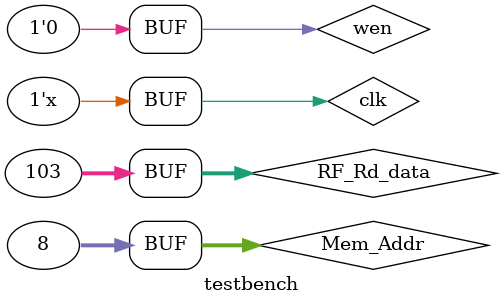
<source format=sv>
module testbench();

//  logic [3:0] IR_addr_Rn = 0;
//  logic [3:0] IR_addr_Rs = 1;
//  logic [3:0] IR_addr_Rm = 2;
//  logic [3:0] mux_addr_Rd_or_15 = 0;
//  logic CNTRL_write_en_addr_Rd = 1;
//  logic [31:0] pc_next;
//  logic [31:0] mux_ALU_result_or_DMEM_data = 177;
//    
//  logic clk = 0;
//  logic [31:0] Rn;
//  logic [31:0] Rs;
//  logic [31:0] Rm;
//  logic [31:0] Rd;
//  logic [31:0] pc_out;

	  logic clk = 0;
	logic [31:0] Mem_Addr;
    logic [31:0] RF_Rd_data;
	logic wen = 0;

    logic [31:0] memory_data;
  
  
  
  always begin 
	#10 clk = ~clk; 
  end
  
  DMEM inst(Mem_Addr, RF_Rd_data,wen,clk,memory_data);

     initial begin
		#10 wen = 1;
		Mem_Addr = 8;
		RF_Rd_data = 511;
		#10;
		Mem_Addr = 9;
		RF_Rd_data = 103;
		#20;
		wen = 0;
		Mem_Addr = 8; //read address 8
    end
endmodule
 
</source>
